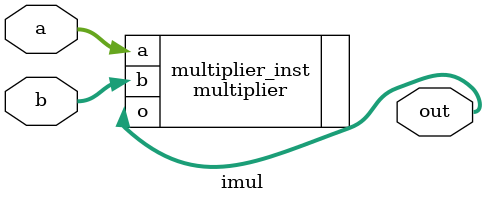
<source format=v>
`include "rtl/imul_gen.v"

module imul (a, b, out);

input wire [23:0] a, b;
output wire [47:0] out;

multiplier multiplier_inst (
    .a(a),
    .b(b),
    .o(out)
);

endmodule

</source>
